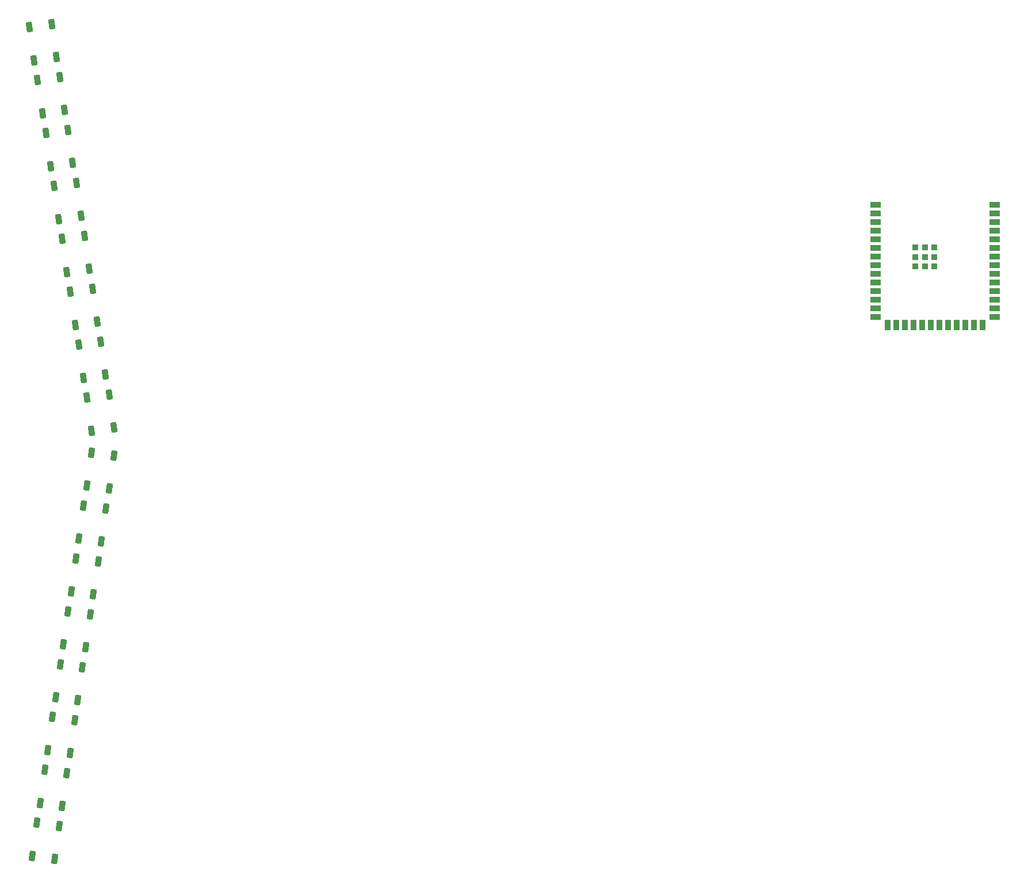
<source format=gbr>
%TF.GenerationSoftware,Flux,Pcbnew,7.0.11-7.0.11~ubuntu20.04.1*%
%TF.CreationDate,2024-08-17T04:37:03+00:00*%
%TF.ProjectId,input,696e7075-742e-46b6-9963-61645f706362,rev?*%
%TF.SameCoordinates,Original*%
%TF.FileFunction,Paste,Top*%
%TF.FilePolarity,Positive*%
%FSLAX46Y46*%
G04 Gerber Fmt 4.6, Leading zero omitted, Abs format (unit mm)*
G04 Filename: pcbrobot*
G04 Build it with Flux! Visit our site at: https://www.flux.ai (PCBNEW 7.0.11-7.0.11~ubuntu20.04.1) date 2024-08-17 04:37:03*
%MOMM*%
%LPD*%
G01*
G04 APERTURE LIST*
G04 Aperture macros list*
%AMFreePoly0*
4,1,5,0.750000,-0.450000,-0.750000,-0.450000,-0.750000,0.450000,0.750000,0.450000,0.750000,-0.450000,0.750000,-0.450000,$1*%
%AMFreePoly1*
4,1,5,0.450000,-0.450000,-0.450000,-0.450000,-0.450000,0.450000,0.450000,0.450000,0.450000,-0.450000,0.450000,-0.450000,$1*%
%AMFreePoly2*
4,1,5,0.450000,-0.750000,-0.450000,-0.750000,-0.450000,0.750000,0.450000,0.750000,0.450000,-0.750000,0.450000,-0.750000,$1*%
G04 Aperture macros list end*
%ADD10FreePoly0,82.000000*%
%ADD11FreePoly0,262.000000*%
%ADD12FreePoly0,98.000000*%
%ADD13FreePoly0,278.000000*%
%ADD14FreePoly0,0.000000*%
%ADD15FreePoly1,0.000000*%
%ADD16FreePoly2,0.000000*%
G04 APERTURE END LIST*
D10*
%TO.C,*%
X18463061Y-116069496D03*
X15195178Y-115610216D03*
D11*
X15877139Y-110757904D03*
X19145022Y-111217184D03*
D10*
X21900661Y-92713596D03*
X18632778Y-92254316D03*
D11*
X19314739Y-87402004D03*
X22582622Y-87861284D03*
D12*
X24874427Y-68148712D03*
X21606544Y-68607998D03*
D13*
X20924573Y-63755688D03*
X24192456Y-63296402D03*
D10*
X23046561Y-84928396D03*
X19778678Y-84469116D03*
D11*
X20460639Y-79616804D03*
X23728522Y-80076084D03*
D12*
X22463027Y-52567112D03*
X19195144Y-53026398D03*
D13*
X18513173Y-48174088D03*
X21781056Y-47714802D03*
D14*
X154508600Y-36593200D03*
X154508600Y-40403200D03*
D15*
X145658600Y-41643200D03*
X145658600Y-44443200D03*
D16*
X142583600Y-53083200D03*
D14*
X154508600Y-37863200D03*
X154508600Y-41673200D03*
X154508600Y-49293200D03*
D16*
X145123600Y-53083200D03*
D15*
X142858600Y-44443200D03*
D14*
X137008600Y-42943200D03*
D16*
X141313600Y-53083200D03*
D14*
X137008600Y-50563200D03*
X154508600Y-50563200D03*
X154508600Y-48023200D03*
X137008600Y-36593200D03*
X154508600Y-44213200D03*
D16*
X151473600Y-53083200D03*
D14*
X154508600Y-39133200D03*
X137008600Y-46753200D03*
X154508600Y-51833200D03*
X137008600Y-51833200D03*
D16*
X140043600Y-53083200D03*
X150203600Y-53083200D03*
D15*
X142858600Y-43043200D03*
D14*
X137008600Y-39133200D03*
D16*
X143853600Y-53083200D03*
D14*
X137008600Y-37863200D03*
D16*
X152743600Y-53083200D03*
D14*
X137008600Y-44213200D03*
X137008600Y-45483200D03*
X154508600Y-42943200D03*
D15*
X145658600Y-43043200D03*
D14*
X137008600Y-48023200D03*
X154508600Y-45483200D03*
X137008600Y-49293200D03*
X137008600Y-41673200D03*
D16*
X146393600Y-53083200D03*
D15*
X144258600Y-44443200D03*
D14*
X154508600Y-35323200D03*
D15*
X144258600Y-43043200D03*
D16*
X147663600Y-53083200D03*
D14*
X137008600Y-40403200D03*
X137008600Y-35323200D03*
D16*
X148933600Y-53083200D03*
D15*
X144258600Y-41643200D03*
D16*
X138773600Y-53083200D03*
D15*
X142858600Y-41643200D03*
D14*
X154508600Y-46753200D03*
D10*
X16171261Y-131639996D03*
X12903378Y-131180716D03*
D11*
X13585339Y-126328404D03*
X16853222Y-126787684D03*
D12*
X20051727Y-36985512D03*
X16783844Y-37444798D03*
D13*
X16101873Y-32592488D03*
X19369756Y-32133202D03*
D12*
X23668727Y-60357912D03*
X20400844Y-60817198D03*
D13*
X19718873Y-55964888D03*
X22986756Y-55505602D03*
D10*
X20754761Y-100498896D03*
X17486878Y-100039616D03*
D11*
X18168839Y-95187304D03*
X21436722Y-95646584D03*
D12*
X16434627Y-13613112D03*
X13166744Y-14072398D03*
D13*
X12484773Y-9220088D03*
X15752656Y-8760802D03*
D12*
X17640327Y-21403912D03*
X14372444Y-21863198D03*
D13*
X13690473Y-17010888D03*
X16958356Y-16551602D03*
D10*
X19608961Y-108284196D03*
X16341078Y-107824916D03*
D11*
X17023039Y-102972604D03*
X20290922Y-103431884D03*
D10*
X24192461Y-77143096D03*
X20924578Y-76683816D03*
D11*
X21606539Y-71831504D03*
X24874422Y-72290784D03*
D10*
X17317161Y-123854696D03*
X14049278Y-123395416D03*
D11*
X14731239Y-118543104D03*
X17999122Y-119002384D03*
D12*
X21257327Y-44776312D03*
X17989444Y-45235598D03*
D13*
X17307473Y-40383288D03*
X20575356Y-39924002D03*
D12*
X18846027Y-29194712D03*
X15578144Y-29653998D03*
D13*
X14896173Y-24801688D03*
X18164056Y-24342402D03*
%TD*%
M02*

</source>
